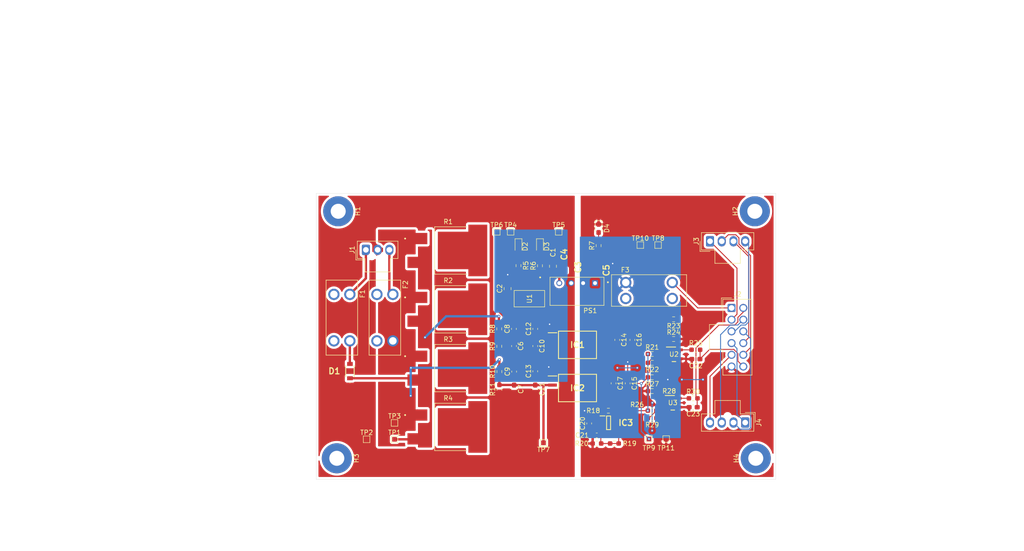
<source format=kicad_pcb>
(kicad_pcb (version 20241229) (generator "pcbnew") (generator_version "9.0")
  (layers (0 "F.Cu" signal) (2 "B.Cu" signal) (13 "F.Paste" user) (15 "B.Paste" user) (5 "F.SilkS" user "F.Silkscreen") (7 "B.SilkS" user "B.Silkscreen") (1 "F.Mask" user) (3 "B.Mask" user) (25 "Edge.Cuts" user))
  (net 0 "")
  (net 1 "HVGND")
  (net 2 "ISO_5V")
  (net 3 "REG_3V3")
  (net 4 "/Voltage_Sense/Vin1")
  (net 5 "/Voltage_Sense/Vin2")
  (net 6 "LVGND")
  (net 7 "3V3")
  (net 8 "/VOut1")
  (net 9 "/VOut2")
  (net 10 "Net-(D1-A)")
  (net 11 "HV+")
  (net 12 "HV-")
  (net 13 "Net-(D3-A)")
  (net 14 "Net-(D4-A)")
  (net 15 "REG_0V8")
  (net 16 "Net-(D2-A)")
  (net 17 "Net-(J1-Pin_1)")
  (net 18 "Net-(J1-Pin_3)")
  (net 19 "/Voltage_Sense/V1")
  (net 20 "/Voltage_Sense/V2")
  (net 21 "/MotorSense+")
  (net 22 "/Motor-")
  (net 23 "/MotorSense-")
  (net 24 "/Motor+")
  (net 25 "/PreSense+")
  (net 26 "/PreSense-")
  (net 27 "/Pre+")
  (net 28 "/Pre-")
  (net 29 "Net-(J2-Pin_1)")
  (net 30 "Net-(U3--)")
  (net 31 "Net-(R22-Pad1)")
  (net 32 "Net-(U3-+)")
  (net 33 "Net-(U2--)")
  (net 34 "Net-(U2-+)")
  (net 35 "Net-(R29-Pad1)")
  (footprint "Resistor_SMD:R_0603_1608Metric_Pad0.98x0.95mm_HandSolder" (layer "F.Cu") (at 170.9125 106.13)
    (property "Reference" "R26")
    (property "Value" "2.49k")
  )
  (footprint "ActivePrecharge-RevB:DBV0005A_N" (layer "F.Cu") (at 175.570001 94.110001)
    (property "Reference" "U2")
    (property "Value" "TLV9001IDBVR")
  )
  (footprint "Capacitor_SMD:C_0603_1608Metric_Pad1.08x0.95mm_HandSolder" (layer "F.Cu") (at 146 88.69 90)
    (property "Reference" "C12")
    (property "Value" "1uF")
  )
  (footprint "Capacitor_SMD:C_0603_1608Metric_Pad1.08x0.95mm_HandSolder" (layer "F.Cu") (at 146 97.7375 90)
    (property "Reference" "C13")
    (property "Value" "1uF")
  )
  (footprint "Connector_Molex:Molex_Nano-Fit_105309-xx04_1x04_P2.50mm_Vertical" (layer "F.Cu") (at 190.75 108.675 -90)
    (property "Reference" "J4")
    (property "Value" "MainContactor")
  )
  (footprint "LED_SMD:LED_0603_1608Metric_Pad1.05x0.95mm_HandSolder" (layer "F.Cu") (at 142.425 71.125 -90)
    (property "Reference" "D2")
    (property "Value" "LED")
  )
  (footprint "TestPoint:TestPoint_Pad_1.0x1.0mm" (layer "F.Cu") (at 173.9 112.2 180)
    (property "Reference" "TP11")
    (property "Value" "LVGND")
  )
  (footprint "ActivePrecharge-RevB:CAPC1709X100N" (layer "F.Cu") (at 157.475 75.545 -90)
    (property "Reference" "C3")
    (property "Value" "1uF" (hide yes))
  )
  (footprint "ActivePrecharge-RevB:FUSE_3568" (layer "F.Cu") (at 113.95 86.29 -90)
    (property "Reference" "F2")
    (property "Value" "15A")
  )
  (footprint "Resistor_SMD:R_0603_1608Metric_Pad0.98x0.95mm_HandSolder" (layer "F.Cu") (at 170.92 101.96 180)
    (property "Reference" "R28")
    (property "Value" "15k")
  )
  (footprint "ActivePrecharge-RevB:SOIC127P1150X280-8N" (layer "F.Cu") (at 155 92.095)
    (property "Reference" "IC1")
    (property "Value" "AMC1350DWVR" (hide yes))
  )
  (footprint "TestPoint:TestPoint_Pad_1.0x1.0mm" (layer "F.Cu") (at 172.18 70.81)
    (property "Reference" "TP8")
    (property "Value" "V1")
  )
  (footprint "Resistor_SMD:R_0603_1608Metric_Pad0.98x0.95mm_HandSolder" (layer "F.Cu") (at 170.925 95.93 180)
    (property "Reference" "R22")
    (property "Value" "15k")
  )
  (footprint "Connector_Molex:Molex_Nano-Fit_105310-xx12_2x06_P2.50mm_Vertical" (layer "F.Cu") (at 187.84 84.22)
    (property "Reference" "J2")
    (property "Value" "ExportConnector")
  )
  (footprint "Capacitor_SMD:C_0805_2012Metric_Pad1.18x1.45mm_HandSolder" (layer "F.Cu") (at 149.775 75.325 90)
    (property "Reference" "C1")
    (property "Value" "10uF")
  )
  (footprint "MountingHole:MountingHole_3.2mm_M3_Pad_TopBottom" (layer "F.Cu") (at 193 116.3 90)
    (property "Reference" "H4")
    (property "Value" "MountingHole_Pad")
  )
  (footprint "ActivePrecharge-RevB:CAPC1709X100N" (layer "F.Cu") (at 159.5 75.545 -90)
    (property "Reference" "C5")
    (property "Value" "1uF" (hide yes))
  )
  (footprint "Capacitor_SMD:C_0603_1608Metric_Pad1.08x0.95mm_HandSolder" (layer "F.Cu") (at 157.5 108.8625 90)
    (property "Reference" "C20")
    (property "Value" "0.1uF")
  )
  (footprint "Resistor_SMD:R_0603_1608Metric_Pad0.98x0.95mm_HandSolder" (layer "F.Cu") (at 138.36 101.5625 90)
    (property "Reference" "R11")
    (property "Value" "2.49k")
  )
  (footprint "Resistor_SMD:R_0603_1608Metric_Pad0.98x0.95mm_HandSolder" (layer "F.Cu") (at 138.32 88.6875 90)
    (property "Reference" "R8")
    (property "Value" "100k")
  )
  (footprint "Capacitor_SMD:C_0603_1608Metric_Pad1.08x0.95mm_HandSolder" (layer "F.Cu") (at 163.47 91.0375 -90)
    (property "Reference" "C14")
    (property "Value" "1uF")
  )
  (footprint "Capacitor_SMD:C_0603_1608Metric_Pad1.08x0.95mm_HandSolder" (layer "F.Cu") (at 179.6525 105.4 180)
    (property "Reference" "C23")
    (property "Value" "10nF")
  )
  (footprint "Resistor_SMD:R_0603_1608Metric_Pad0.98x0.95mm_HandSolder" (layer "F.Cu") (at 170.915 107.73 180)
    (property "Reference" "R29")
    (property "Value" "15k")
  )
  (footprint "ActivePrecharge-RevB:FUSE_3568" (layer "F.Cu") (at 104.778633 86.285 -90)
    (property "Reference" "F1")
    (property "Value" "15A")
  )
  (footprint "ActivePrecharge-RevB:SOT95P280X100-5N" (layer "F.Cu") (at 161.63 108.725)
    (property "Reference" "IC3")
    (property "Value" "ZXRE160AET5TA" (hide yes))
  )
  (footprint "TestPoint:TestPoint_Pad_1.0x1.0mm" (layer "F.Cu") (at 168.39 70.81)
    (property "Reference" "TP10")
    (property "Value" "3V3")
  )
  (footprint "TestPoint:TestPoint_Pad_1.0x1.0mm" (layer "F.Cu") (at 140.75 67.975)
    (property "Reference" "TP4")
    (property "Value" "REG_3V3")
  )
  (footprint "Capacitor_SMD:C_0603_1608Metric_Pad1.08x0.95mm_HandSolder" (layer "F.Cu") (at 159.1075 111.42 180)
    (property "Reference" "C21")
    (property "Value" "0.47uF")
  )
  (footprint "TestPoint:TestPoint_Pad_1.0x1.0mm" (layer "F.Cu") (at 116 112.25)
    (property "Reference" "TP1")
    (property "Value" "HV+")
  )
  (footprint "Capacitor_SMD:C_0603_1608Metric_Pad1.08x0.95mm_HandSolder" (layer "F.Cu") (at 141.47 92.3525 -90)
    (property "Reference" "C6")
    (property "Value" "1uF")
  )
  (footprint "TestPoint:TestPoint_Pad_1.0x1.0mm" (layer "F.Cu") (at 116 108.75)
    (property "Reference" "TP3")
    (property "Value" "HV-")
  )
  (footprint "Capacitor_SMD:C_0603_1608Metric_Pad1.08x0.95mm_HandSolder" (layer "F.Cu") (at 146 101.5375 -90)
    (property "Reference" "C11")
    (property "Value" "1nF")
  )
  (footprint "Resistor_SMD:R_0603_1608Metric_Pad0.98x0.95mm_HandSolder" (layer "F.Cu") (at 170.925 94.04)
    (property "Reference" "R21")
    (property "Value" "2.49k")
  )
  (footprint "Capacitor_SMD:C_0603_1608Metric_Pad1.08x0.95mm_HandSolder" (layer "F.Cu") (at 165.7 100.3075 -90)
    (property "Reference" "C15")
    (property "Value" "1uF")
  )
  (footprint "TestPoint:TestPoint_Pad_1.0x1.0mm" (layer "F.Cu") (at 151 67.975)
    (property "Reference" "TP5")
    (property "Value" "ISO_5V")
  )
  (footprint "Resistor_SMD:R_0603_1608Metric_Pad0.98x0.95mm_HandSolder" (layer "F.Cu") (at 161.5875 106.145)
    (property "Reference" "R18")
    (property "Value" "1k")
  )
  (footprint "Capacitor_SMD:C_0603_1608Metric_Pad1.08x0.95mm_HandSolder" (layer "F.Cu") (at 166.7 91.0375 -90)
    (property "Reference" "C16")
    (property "Value" "100nF")
  )
  (footprint "Resistor_SMD:R_0603_1608Metric_Pad0.98x0.95mm_HandSolder" (layer "F.Cu") (at 175.4925 86.64 180)
    (property "Reference" "R23")
    (property "Value" "2.49k")
  )
  (footprint "Resistor_SMD:R_0603_1608Metric_Pad0.98x0.95mm_HandSolder" (layer "F.Cu") (at 159.1325 113.14 180)
    (property "Reference" "R20")
    (property "Value" "15k")
  )
  (footprint "MountingHole:MountingHole_3.2mm_M3_Pad_TopBottom" (layer "F.Cu") (at 104 63.6 -90)
    (property "Reference" "H1")
    (property "Value" "MountingHole_Pad")
  )
  (footprint "ActivePrecharge-RevB:SOIC127P1150X280-8N" (layer "F.Cu") (at 155 101.31)
    (property "Reference" "IC2")
    (property "Value" "AMC1350DWVR" (hide yes))
  )
  (footprint "Resistor_SMD:R_0603_1608Metric_Pad0.98x0.95mm_HandSolder" (layer "F.Cu") (at 147 75.225 90)
    (property "Reference" "R6")
    (property "Value" "1k")
  )
  (footprint "Capacitor_SMD:C_0603_1608Metric_Pad1.08x0.95mm_HandSolder" (layer "F.Cu") (at 180.225 95.14 180)
    (property "Reference" "C22")
    (property "Value" "10nF")
  )
  (footprint "ActivePrecharge-RevB:CONV_RM-3.305S" (layer "F.Cu") (at 154.89 80.675 180)
    (property "Reference" "PS1")
    (property "Value" "RM-3.305S")
  )
  (footprint "ActivePrecharge-RevB:FUSE_3568" (layer "F.Cu") (at 170.25 80.5)
    (property "Reference" "F3")
    (property "Value" "15A")
  )
  (footprint "TestPoint:TestPoint_Pad_1.0x1.0mm" (layer "F.Cu") (at 147.75 113 180)
    (property "Reference" "TP7")
    (property "Value" "Vin2")
  )
  (footprint "Resistor_SMD:R_0603_1608Metric_Pad0.98x0.95mm_HandSolder" (layer "F.Cu") (at 159.5 70.9275 90)
    (property "Reference" "R7")
    (property "Value" "1k")
  )
  (footprint "Resistor_SMD:R_0603_1608Metric_Pad0.98x0.95mm_HandSolder" (layer "F.Cu") (at 138.35 97.7975 90)
    (property "Reference" "R10")
    (property "Value" "100k")
  )
  (footprint "ActivePrecharge-RevB:RES_PWR263S-35-3300F" (layer "F.Cu") (at 127.26 84.51)
    (property "Reference" "R2")
    (property "Value" "330")
  )
  (footprint "TestPoint:TestPoint_Pad_1.0x1.0mm" (layer "F.Cu") (at 110.05 112.25)
    (property "Reference" "TP2")
    (property "Value" "HVGND")
  )
  (footprint "TestPoint:TestPoint_Pad_1.0x1.0mm" (layer "F.Cu") (at 170.235 112.18)
    (property "Reference" "TP9")
    (property "Value" "V2")
  )
  (footprint "ActivePrecharge-RevB:RSX068MP2STR" (layer "F.Cu") (at 106.5 97.7)
    (property "Reference" "D1")
    (property "Value" "RSX068MP2STR" (hide yes))
  )
  (footprint "ActivePrecharge-RevB:VREG_LT1963AEST-3.3_TRPBF" (layer "F.Cu") (at 144.75 82.25 -90)
    (property "Reference" "U1")
    (property "Value" "LT1963AEST-3.3#TRPBF")
  )
  (footprint "ActivePrecharge-RevB:CAPC1709X100N" (layer "F.Cu") (at 152.175 75.5 -90)
    (property "Reference" "C4")
    (property "Value" "1uF" (hide yes))
  )
  (footprint "ActivePrecharge-RevB:RES_PWR263S-35-3300F" (layer "F.Cu") (at 127.26 71.96)
    (property "Reference" "R1")
    (property "Value" "330")
  )
  (footprint "ActivePrecharge-RevB:RES_PWR263S-35-3300F" (layer "F.Cu") (at 127.26 109.61)
    (property "Reference" "R4")
    (property "Value" "330")
  )
  (footprint "Connector_Molex:Molex_Nano-Fit_105309-xx03_1x03_P2.50mm_Vertical" (layer "F.Cu") (at 109.9 71.825 90)
    (property "Reference" "J1")
    (property "Value" "HVConnector")
  )
  (footprint "ActivePrecharge-RevB:DBV0005A_N" (layer "F.Cu") (at 175.317501 104.450002)
    (property "Reference" "U3")
    (property "Value" "TLV9001IDBVR")
  )
  (footprint "Capacitor_SMD:C_0603_1608Metric_Pad1.08x0.95mm_HandSolder" (layer "F.Cu") (at 146 92.3525 -90)
    (property "Reference" "C10")
    (property "Value" "1nF")
  )
  (footprint "MountingHole:MountingHole_3.2mm_M3_Pad_TopBottom" (layer "F.Cu") (at 192.8 63.6 90)
    (property "Reference" "H2")
    (property "Value" "MountingHole_Pad")
  )
  (footprint "Connector_Molex:Molex_Nano-Fit_105309-xx04_1x04_P2.50mm_Vertical" (layer "F.Cu") (at 183.25 70 90)
    (property "Reference" "J3")
    (property "Value" "PrechargeContactor")
  )
  (footprint "Capacitor_SMD:C_0603_1608Metric_Pad1.08x0.95mm_HandSolder" (layer "F.Cu") (at 141.45 88.69 90)
    (property "Reference" "C8")
    (property "Value" "100nF")
  )
  (footprint "Resistor_SMD:R_0603_1608Metric_Pad0.98x0.95mm_HandSolder" (layer "F.Cu") (at 138.33 92.4025 90)
    (property "Reference" "R9")
    (property "Value" "2.49k")
  )
  (footprint "Capacitor_SMD:C_0603_1608Metric_Pad1.08x0.95mm_HandSolder" (layer "F.Cu") (at 141.5 101.5475 -90)
    (property "Reference" "C7")
    (property "Value" "1uF")
  )
  (footprint "Resistor_SMD:R_0603_1608Metric_Pad0.98x0.95mm_HandSolder" (layer "F.Cu") (at 142.425 75.2 90)
    (property "Reference" "R5")
    (property "Value" "1k")
  )
  (footprint "MountingHole:MountingHole_3.2mm_M3_Pad_TopBottom" (layer "F.Cu") (at 103.7 116.3 -90)
    (property "Reference" "H3")
    (property "Value" "MountingHole_Pad")
  )
  (footprint "LED_SMD:LED_0603_1608Metric_Pad1.05x0.95mm_HandSolder" (layer "F.Cu") (at 147 71.125 -90)
    (property "Reference" "D3")
    (property "Value" "LED")
  )
  (footprint "Resistor_SMD:R_0603_1608Metric_Pad0.98x0.95mm_HandSolder" (layer "F.Cu") (at 170.9225 99.01 180)
    (property "Reference" "R27")
    (property "Value" "2.49k")
  )
  (footprint "Capacitor_SMD:C_0805_2012Metric_Pad1.18x1.45mm_HandSolder" (layer "F.Cu") (at 140.1 80.1 90)
    (property "Reference" "C2")
    (property "Value" "10uF")
  )
  (footprint "Resistor_SMD:R_0603_1608Metric_Pad0.98x0.95mm_HandSolder" (layer "F.Cu") (at 179.6625 103.5)
    (property "Reference" "R30")
    (property "Value" "10")
  )
  (footprint "LED_SMD:LED_0603_1608Metric_Pad1.05x0.95mm_HandSolder" (layer "F.Cu") (at 159.5 67.25 -90)
    (property "Reference" "D4")
    (property "Value" "LED")
  )
  (footprint "Capacitor_SMD:C_0603_1608Metric_Pad1.08x0.95mm_HandSolder" (layer "F.Cu") (at 141.5 97.8 90)
    (property "Reference" "C9")
    (property "Value" "100nF")
  )
  (footprint "Resistor_SMD:R_0603_1608Metric_Pad0.98x0.95mm_HandSolder" (layer "F.Cu") (at 162.8675 113.14 180)
    (property "Reference" "R19")
    (property "Value" "5.1k")
  )
  (footprint "ActivePrecharge-RevB:RES_PWR263S-35-3300F" (layer "F.Cu") (at 127.26 97.06)
    (property "Reference" "R3")
    (property "Value" "330")
  )
  (footprint "TestPoint:TestPoint_Pad_1.0x1.0mm" (layer "F.Cu") (at 137.8 67.975)
    (property "Reference" "TP6")
    (property "Value" "Vin1")
  )
  (footprint "Resistor_SMD:R_0603_1608Metric_Pad0.98x0.95mm_HandSolder" (layer "F.Cu") (at 175.4925 90.85)
    (property "Reference" "R24")
    (property "Value" "15k")
  )
  (footprint "Resistor_SMD:R_0603_1608Metric_Pad0.98x0.95mm_HandSolder" (layer "F.Cu") (at 180.225 93.14)
    (property "Reference" "R25")
    (property "Value" "10")
  )
  (footprint "Capacitor_SMD:C_0603_1608Metric_Pad1.08x0.95mm_HandSolder" (layer "F.Cu") (at 162.69 100.3075 -90)
    (property "Reference" "C17")
    (property "Value" "100nF")
  )
  (gr_rect (start 99.29 59.78) (end 197.29 120.78) (stroke (width 0.05)) (fill no) (layer "Edge.Cuts"))
  (segment (start 151.12 78.925) (end 151.12 76.4825) (width 0.5) (layer "F.Cu") (net 2))
  (segment (start 147.036 76.1735) (end 147 76.1375) (width 0.5) (layer "F.Cu") (net 2))
  (segment (start 149.55 76.1375) (end 149.775 76.3625) (width 0.5) (layer "F.Cu") (net 2))
  (segment (start 149.775 76.3625) (end 151 76.3625) (width 0.5) (layer "F.Cu") (net 2))
  (segment (start 147.036 79.1004) (end 147.036 76.1735) (width 0.5) (layer "F.Cu") (net 2))
  (segment (start 147 76.1375) (end 149.55 76.1375) (width 0.5) (layer "F.Cu") (net 2))
  (segment (start 152.0325 76.3625) (end 152.175 76.22) (width 0.5) (layer "F.Cu") (net 2))
  (segment (start 151.12 76.4825) (end 151 76.3625) (width 0.5) (layer "F.Cu") (net 2))
  (segment (start 151 67.975) (end 151 76.3625) (width 0.5) (layer "F.Cu") (net 2))
  (segment (start 151 76.3625) (end 152.0325 76.3625) (width 0.5) (layer "F.Cu") (net 2))
  (segment (start 142.2886 78.925) (end 142.464 79.1004) (width 0.2) (layer "F.Cu") (net 3))
  (segment (start 145.9375 98.6625) (end 146 98.6) (width 0.5) (layer "F.Cu") (net 3))
  (segment (start 140.75 76.5) (end 140.125 77.125) (width 0.5) (layer "F.Cu") (net 3))
  (segment (start 146 98.6) (end 148.87 98.6) (width 0.5) (layer "F.Cu") (net 3))
  (segment (start 141.1375 76.1125) (end 142.425 76.1125) (width 0.5) (layer "F.Cu") (net 3))
  (segment (start 149.05 89.54) (end 149.0375 89.5525) (width 0.5) (layer "F.Cu") (net 3))
  (segment (start 146 89.5525) (end 149.0375 89.5525) (width 0.5) (layer "F.Cu") (net 3))
  (segment (start 148.87 98.6) (end 148.87 96.83) (width 0.5) (layer "F.Cu") (net 3))
  (segment (start 141.45 89.5525) (end 146 89.5525) (width 0.5) (layer "F.Cu") (net 3))
  (segment (start 140.125 77.125) (end 140.125 79.0375) (width 0.5) (layer "F.Cu") (net 3))
  (segment (start 142.4261 79.0625) (end 142.464 79.1004) (width 0.5) (layer "F.Cu") (net 3))
  (segment (start 148.87 96.83) (end 148.875 96.825) (width 0.5) (layer "F.Cu") (net 3))
  (segment (start 140.75 67.975) (end 140.75 76.5) (width 0.5) (layer "F.Cu") (net 3))
  (segment (start 140.1 79.0625) (end 142.4261 79.0625) (width 0.5) (layer "F.Cu") (net 3))
  (segment (start 148.87 98.6) (end 149.675 99.405) (width 0.5) (layer "F.Cu") (net 3))
  (segment (start 142.425 79.0614) (end 142.464 79.1004) (width 0.2) (layer "F.Cu") (net 3))
  (segment (start 149.0375 89.5525) (end 149.675 90.19) (width 0.5) (layer "F.Cu") (net 3))
  (segment (start 145.9875 98.8) (end 146 98.7875) (width 0.2) (layer "F.Cu") (net 3))
  (segment (start 140.75 76.5) (end 141.1375 76.1125) (width 0.5) (layer "F.Cu") (net 3))
  (segment (start 141.5 98.6625) (end 145.9375 98.6625) (width 0.5) (layer "F.Cu") (net 3))
  (segment (start 149.05 87.7) (end 149.05 89.54) (width 0.5) (layer "F.Cu") (net 3))
  (segment (start 146 98.7875) (end 146.0375 98.7875) (width 0.2) (layer "F.Cu") (net 3))
  (segment (start 140.125 79.0375) (end 140.1 79.0625) (width 0.5) (layer "F.Cu") (net 3))
  (via (at 149.05 87.7) (size 0.6) (drill 0.3) (layers "F.Cu" "B.Cu") (net 3))
  (via (at 148.875 96.825) (size 0.6) (drill 0.3) (layers "F.Cu" "B.Cu") (net 3))
  (via (at 140.125 77.125) (size 0.6) (drill 0.3) (layers "F.Cu" "B.Cu") (net 3))
  (segment (start 138.32 91.48) (end 138.33 91.49) (width 0.5) (layer "F.Cu") (net 4))
  (segment (start 149.645 91.49) (end 149.675 91.46) (width 0.5) (layer "F.Cu") (net 4))
  (segment (start 141.47 91.49) (end 146 91.49) (width 0.5) (layer "F.Cu") (net 4))
  (segment (start 138.32 89.6) (end 138.32 91.48) (width 0.5) (layer "F.Cu") (net 4))
  (segment (start 138.33 91.49) (end 139.9 91.49) (width 0.5) (layer "F.Cu") (net 4))
  (segment (start 139.9 86.587925) (end 139.9 91.49) (width 0.5) (layer "F.Cu") (net 4))
  (segment (start 137.8 84.487925) (end 139.9 86.587925) (width 0.5) (layer "F.Cu") (net 4))
  (segment (start 137.8 67.975) (end 137.8 84.487925) (width 0.5) (layer "F.Cu") (net 4))
  (segment (start 139.9 91.49) (end 141.47 91.49) (width 0.5) (layer "F.Cu") (net 4))
  (segment (start 146 91.49) (end 149.645 91.49) (width 0.5) (layer "F.Cu") (net 4))
  (segment (start 147.775 100.675) (end 149.675 100.675) (width 0.5) (layer "F.Cu") (net 5))
  (segment (start 138.35 100.64) (end 138.36 100.65) (width 0.5) (layer "F.Cu") (net 5))
  (segment (start 138.36 100.65) (end 141.465 100.65) (width 0.5) (layer "F.Cu") (net 5))
  (segment (start 141.5 100.685) (end 145.99 100.685) (width 0.5) (layer "F.Cu") (net 5))
  (segment (start 146 100.675) (end 147.775 100.675) (width 0.5) (layer "F.Cu") (net 5))
  (segment (start 147.75 100.7) (end 147.775 100.675) (width 0.5) (layer "F.Cu") (net 5))
  (segment (start 141.465 100.65) (end 141.5 100.685) (width 0.5) (layer "F.Cu") (net 5))
  (segment (start 147.75 113) (end 147.75 100.7) (width 0.5) (layer "F.Cu") (net 5))
  (segment (start 145.99 100.685) (end 146 100.675) (width 0.5) (layer "F.Cu") (net 5))
  (segment (start 138.35 98.71) (end 138.35 100.64) (width 0.5) (layer "F.Cu") (net 5))
  (segment (start 160.25 102.02) (end 160.325 101.945) (width 0.2) (layer "F.Cu") (net 6))
  (segment (start 160.25 102.5) (end 160.25 102.02) (width 0.2) (layer "F.Cu") (net 6))
  (via (at 167.75 97) (size 0.6) (drill 0.3) (layers "F.Cu" "B.Cu") (net 6))
  (via (at 163.5 97) (size 0.6) (drill 0.3) (layers "F.Cu" "B.Cu") (net 6))
  (via (at 170.95 104.45) (size 0.6) (drill 0.3) (layers "F.Cu" "B.Cu") (net 6))
  (via (at 181.75 99.5) (size 0.6) (drill 0.3) (layers "F.Cu" "B.Cu") (net 6))
  (via (at 170.9125 110.4) (size 0.6) (drill 0.3) (layers "F.Cu" "B.Cu") (net 6))
  (via (at 177.25 99.5) (size 0.6) (drill 0.3) (layers "F.Cu" "B.Cu") (net 6))
  (segment (start 170.95 104.45) (end 170.9125 104.4875) (width 0.2) (layer "B.Cu") (net 6))
  (segment (start 167.75 97) (end 163.5 97) (width 0.2) (layer "B.Cu") (net 6))
  (segment (start 170.9125 104.4875) (end 170.9125 110.4) (width 0.2) (layer "B.Cu") (net 6))
  (segment (start 177.25 99.5) (end 181.75 99.5) (width 0.2) (layer "B.Cu") (net 6))
  (segment (start 172.25 97.5) (end 171.044 97.5) (width 0.2) (layer "F.Cu") (net 7))
  (segment (start 156.505 106.145) (end 160.675 106.145) (width 0.2) (layer "F.Cu") (net 7))
  (segment (start 161.105 90.19) (end 163.455 90.19) (width 0.2) (layer "F.Cu") (net 7))
  (segment (start 160.675 106.145) (end 161.156 106.626) (width 0.2) (layer "F.Cu") (net 7))
  (segment (start 160.325 99.405) (end 162.65 99.405) (width 0.2) (layer "F.Cu") (net 7))
  (segment (start 162.5 76.01) (end 165.29 78.8) (width 0.2) (layer "F.Cu") (net 7))
  (segment (start 163.455 90.19) (end 163.47 90.175) (width 0.2) (layer "F.Cu") (net 7))
  (segment (start 159.5 74.825) (end 157.475 74.825) (width 0.2) (layer "F.Cu") (net 7))
  (segment (start 165.03 90.175) (end 166.7 90.175) (width 0.2) (layer "F.Cu") (net 7))
  (segment (start 173.9425 105.4) (end 173.2425 105.4) (width 0.2) (layer "F.Cu") (net 7))
  (segment (start 157.475 74.825) (end 156.2 76.1) (width 0.2) (layer "F.Cu") (net 7))
  (segment (start 171.451867 95.059999) (end 174.195 95.059999) (width 0.2) (layer "F.Cu") (net 7))
  (segment (start 159.5 74.825) (end 159.5 71.84) (width 0.2) (layer "F.Cu") (net 7))
  (segment (start 161.156 109.574) (end 161.055 109.675) (width 0.2) (layer "F.Cu") (net 7))
  (segment (start 162.5 74.75) (end 166.44 70.81) (width 0.2) (layer "F.Cu") (net 7))
  (segment (start 163.49 90.185) (end 163.5 90.195) (width 0.2) (layer "F.Cu") (net 7))
  (segment (start 157.5 109.725) (end 160.28 109.725) (width 0.2) (layer "F.Cu") (net 7))
  (segment (start 162.645 99.4) (end 162.69 99.445) (width 0.2) (layer "F.Cu") (net 7))
  (segment (start 161.156 106.626) (end 161.156 109.574) (width 0.2) (layer "F.Cu") (net 7))
  (segment (start 166.44 70.81) (end 168.39 70.81) (width 0.2) (layer "F.Cu") (net 7))
  (segment (start 162.5 74.75) (end 162.25 74.75) (width 0.2) (layer "F.Cu") (net 7))
  (segment (start 171.044 103.2015) (end 171.044 97.5) (width 0.2) (layer "F.Cu") (net 7))
  (segment (start 160.325 99.405) (end 159.743 99.405) (width 0.2) (layer "F.Cu") (net 7))
  (segment (start 165.03 95.08) (end 165.7 95.75) (width 0.2) (layer "F.Cu") (net 7))
  (segment (start 162.65 99.405) (end 162.69 99.445) (width 0.2) (layer "F.Cu") (net 7))
  (segment (start 173.9425 105.4) (end 173.8965 105.354) (width 0.2) (layer "F.Cu") (net 7))
  (segment (start 165.03 90.175) (end 165.03 95.08) (width 0.2) (layer "F.Cu") (net 7))
  (segment (start 171.044 95.467866) (end 171.451867 95.059999) (width 0.2) (layer "F.Cu") (net 7))
  (segment (start 171.044 97.5) (end 171.044 95.467866) (width 0.2) (layer "F.Cu") (net 7))
  (segment (start 163.47 90.175) (end 165.03 90.175) (width 0.2) (layer "F.Cu") (net 7))
  (segment (start 165.7 97.5) (end 165.7 99.445) (width 0.2) (layer "F.Cu") (net 7))
  (segment (start 162.69 99.445) (end 165.7 99.445) (width 0.2) (layer "F.Cu") (net 7))
  (segment (start 156.5 106.15) (end 156.505 106.145) (width 0.2) (layer "F.Cu") (net 7))
  (segment (start 161.055 109.675) (end 160.33 109.675) (width 0.2) (layer "F.Cu") (net 7))
  (segment (start 162.25 74.75) (end 162.175 74.825) (width 0.2) (layer "F.Cu") (net 7))
  (segment (start 162.695 99.4) (end 162.74 99.445) (width 0.2) (layer "F.Cu") (net 7))
  (segment (start 165.7 95.8) (end 165.7 97.5) (width 0.2) (layer "F.Cu") (net 7))
  (segment (start 162.5 74.75) (end 162.5 76.01) (width 0.2) (layer "F.Cu") (net 7))
  (segment (start 162.175 74.825) (end 159.5 74.825) (width 0.2) (layer "F.Cu") (net 7))
  (segment (start 173.2425 105.4) (end 171.044 103.2015) (width 0.2) (layer "F.Cu") (net 7))
  (segment (start 160.28 109.725) (end 160.33 109.675) (width 0.2) (layer "F.Cu") (net 7))
  (segment (start 174.25 99.5) (end 172.25 97.5) (width 0.2) (layer "F.Cu") (net 7))
  (segment (start 156.2 76.1) (end 156.2 78.925) (width 0.2) (layer "F.Cu") (net 7))
  (via (at 162.5 74.75) (size 0.6) (drill 0.3) (layers "F.Cu" "B.Cu") (net 7))
  (via (at 174.25 99.5) (size 0.6) (drill 0.3) (layers "F.Cu" "B.Cu") (net 7))
  (via (at 165.7 95.75) (size 0.6) (drill 0.3) (layers "F.Cu" "B.Cu") (net 7))
  (via (at 156.5 106.15) (size 0.6) (drill 0.3) (layers "F.Cu" "B.Cu") (net 7))
  (segment (start 189.189 95.569) (end 189.189 93.94124) (width 0.2) (layer "F.Cu") (net 8))
  (segment (start 189.189 93.94124) (end 188.31676 93.069) (width 0.2) (layer "F.Cu") (net 8))
  (segment (start 181.1375 95.09) (end 181.0875 95.14) (width 0.2) (layer "F.Cu") (net 8))
  (segment (start 190.34 96.72) (end 189.189 95.569) (width 0.2) (layer "F.Cu") (net 8))
  (segment (start 188.31676 93.069) (end 183.1585 93.069) (width 0.2) (layer "F.Cu") (net 8))
  (segment (start 183.1585 93.069) (end 181.0875 95.14) (width 0.2) (layer "F.Cu") (net 8))
  (segment (start 181.1375 93.14) (end 181.1375 95.09) (width 0.2) (layer "F.Cu") (net 8))
  (segment (start 185.150866 87.871) (end 188.51476 87.871) (width 0.2) (layer "F.Cu") (net 9))
  (segment (start 189.189 87.19676) (end 189.189 86.24324) (width 0.2) (layer "F.Cu") (net 9))
  (segment (start 190.34 85.09224) (end 190.34 84.22) (width 0.2) (layer "F.Cu") (net 9))
  (segment (start 189.189 86.24324) (end 190.34 85.09224) (width 0.2) (layer "F.Cu") (net 9))
  (segment (start 180.249 92.772866) (end 185.150866 87.871) (width 0.2) (layer "F.Cu") (net 9))
  (segment (start 180.515 105.4) (end 180.515 103.56) (width 0.2) (layer "F.Cu") (net 9))
  (segment (start 180.249 103.174) (end 180.249 92.772866) (width 0.2) (layer "F.Cu") (net 9))
  (segment (start 188.51476 87.871) (end 189.189 87.19676) (width 0.2) (layer "F.Cu") (net 9))
  (segment (start 180.515 103.56) (end 180.575 103.5) (width 0.2) (layer "F.Cu") (net 9))
  (segment (start 180.575 103.5) (end 180.249 103.174) (width 0.2) (layer "F.Cu") (net 9))
  (segment (start 106.478633 91.245) (end 106.478633 96.153633) (width 0.5) (layer "F.Cu") (net 10))
  (segment (start 106.478633 96.153633) (end 106.5 96.175) (width 0.5) (layer "F.Cu") (net 10))
  (segment (start 138.25 87.705) (end 138.32 87.775) (width 0.5) (layer "F.Cu") (net 11))
  (segment (start 120.845 74.53) (end 120.875 74.5) (width 0.5) (layer "F.Cu") (net 11))
  (segment (start 138.25 86) (end 138.25 87.705) (width 0.5) (layer "F.Cu") (net 11))
  (segment (start 116 112.25) (end 120.775 112.25) (width 0.5) (layer "F.Cu") (net 11))
  (segment (start 120.775 112.25) (end 120.875 112.15) (width 0.5) (layer "F.Cu") (net 11))
  (segment (start 120.5 99.225) (end 120.875 99.6) (width 0.5) (layer "F.Cu") (net 11))
  (segment (start 106.5 99.225) (end 120.5 99.225) (width 0.5) (layer "F.Cu") (net 11))
  (via (at 138.25 86) (size 0.6) (drill 0.3) (layers "F.Cu" "B.Cu") (net 11))
  (via (at 122.5 90.5) (size 0.6) (drill 0.3) (layers "F.Cu" "B.Cu") (net 11))
  (segment (start 127 86) (end 138.25 86) (width 0.5) (layer "B.Cu") (net 11))
  (segment (start 122.5 90.5) (end 127 86) (width 0.5) (layer "B.Cu") (net 11))
  (segment (start 138.35 95.25) (end 138.35 96.885) (width 0.5) (layer "F.Cu") (net 12))
  (segment (start 120.875 106.125) (end 120.875 107.07) (width 0.5) (layer "F.Cu") (net 12))
  (via (at 119.45 102.95) (size 0.6) (drill 0.3) (layers "F.Cu" "B.Cu") (net 12))
  (via (at 138.35 95.25) (size 0.6) (drill 0.3) (layers "F.Cu" "B.Cu") (net 12))
  (via (at 119.5 97) (size 0.6) (drill 0.3) (layers "F.Cu" "B.Cu") (net 12))
  (segment (start 119.45 102.95) (end 119.45 97.05) (width 0.5) (layer "B.Cu") (net 12))
  (segment (start 119.45 97.05) (end 119.5 97) (width 0.5) (layer "B.Cu") (net 12))
  (segment (start 136.6 97) (end 138.35 95.25) (width 0.5) (layer "B.Cu") (net 12))
  (segment (start 119.5 97) (end 136.6 97) (width 0.5) (layer "B.Cu") (net 12))
  (segment (start 147 72) (end 147 74.3125) (width 0.5) (layer "F.Cu") (net 13))
  (segment (start 159.5 70.015) (end 159.5 68.125) (width 0.2) (layer "F.Cu") (net 14))
  (segment (start 162.5 106.145) (end 169.985 106.145) (width 0.2) (layer "F.Cu") (net 15))
  (segment (start 159.97 113.065) (end 160.045 113.14) (width 0.2) (layer "F.Cu") (net 15))
  (segment (start 160.045 113.14) (end 161.955 113.14) (width 0.2) (layer "F.Cu") (net 15))
  (segment (start 161.955 113.14) (end 163.78 113.14) (width 0.2) (layer "F.Cu") (net 15))
  (segment (start 162.93 107.775) (end 162.93 109.675) (width 0.2) (layer "F.Cu") (net 15))
  (segment (start 162.5 106.145) (end 162.5 107.345) (width 0.2) (layer "F.Cu") (net 15))
  (segment (start 162.5 107.345) (end 162.93 107.775) (width 0.2) (layer "F.Cu") (net 15))
  (segment (start 159.97 111.42) (end 159.97 113.065) (width 0.2) (layer "F.Cu") (net 15))
  (segment (start 163.78 110.525) (end 162.93 109.675) (width 0.2) (layer "F.Cu") (net 15))
  (segment (start 163.78 113.14) (end 163.78 110.525) (width 0.2) (layer "F.Cu") (net 15))
  (segment (start 169.985 106.145) (end 170 106.13) (width 0.2) (layer "F.Cu") (net 15))
  (via (at 169.985 106.145) (size 0.6) (drill 0.3) (layers "F.Cu" "B.Cu") (net 15))
  (via (at 170.0125 94.04) (size 0.6) (drill 0.3) (layers "F.Cu" "B.Cu") (net 15))
  (segment (start 170.0125 94.04) (end 170.0125 106.1175) (width 0.2) (layer "B.Cu") (net 15))
  (segment (start 170.0125 106.1175) (end 169.985 106.145) (width 0.2) (layer "B.Cu") (net 15))
  (segment (start 142.425 72) (end 142.425 74.2875) (width 0.5) (layer "F.Cu") (net 16))
  (segment (start 109.9 71.825) (end 109.9 77.903633) (width 0.5) (layer "F.Cu") (net 17))
  (segment (start 109.9 77.903633) (end 106.478633 81.325) (width 0.5) (layer "F.Cu") (net 17))
  (segment (start 114.9 80.58) (end 115.65 81.33) (width 0.5) (layer "F.Cu") (net 18))
  (segment (start 114.9 71.825) (end 114.9 80.58) (width 0.5) (layer "F.Cu") (net 18))
  (segment (start 172.18 70.81) (end 172.18 84.24) (width 0.2) (layer "F.Cu") (net 19))
  (segment (start 159.099 90.816) (end 159.099 89.564) (width 0.2) (layer "F.Cu") (net 19))
  (segment (start 162.023 86.64) (end 174.58 86.64) (width 0.2) (layer "F.Cu") (net 19))
  (segment (start 160.325 91.46) (end 159.743 91.46) (width 0.2) (layer "F.Cu") (net 19))
  (segment (start 172.18 84.24) (end 174.58 86.64) (width 0.2) (layer "F.Cu") (net 19))
  (segment (start 159.099 89.564) (end 162.023 86.64) (width 0.2) (layer "F.Cu") (net 19))
  (segment (start 159.743 91.46) (end 159.099 90.816) (width 0.2) (layer "F.Cu") (net 19))
  (segment (start 161.75 100.3315) (end 168.6 100.3315) (width 0.2) (layer "F.Cu") (net 20))
  (segment (start 168.6885 100.3315) (end 170.01 99.01) (width 0.2) (layer "F.Cu") (net 20))
  (segment (start 168.6 100.3315) (end 168.6885 100.3315) (width 0.2) (layer "F.Cu") (net 20))
  (segment (start 160.6685 100.3315) (end 161.75 100.3315) (width 0.2) (layer "F.Cu") (net 20))
  (segment (start 160.325 100.675) (end 160.6685 100.3315) (width 0.2) (layer "F.Cu") (net 20))
  (via (at 168.6 100.3315) (size 0.6) (drill 0.3) (layers "F.Cu" "B.Cu") (net 20))
  (via (at 170.235 112.18) (size 0.6) (drill 0.3) (layers "F.Cu" "B.Cu") (net 20))
  (segment (start 168.6 110.545) (end 168.6 100.3315) (width 0.2) (layer "B.Cu") (net 20))
  (segment (start 170.235 112.18) (end 168.6 110.545) (width 0.2) (layer "B.Cu") (net 20))
  (segment (start 183.25 108.675) (end 183.25 98.81) (width 0.2) (layer "F.Cu") (net 21))
  (segment (start 183.25 98.81) (end 187.84 94.22) (width 0.2) (layer "F.Cu") (net 21))
  (segment (start 191.901 90.781) (end 190.34 89.22) (width 0.2) (layer "B.Cu") (net 22))
  (segment (start 191.58516 110.076) (end 191.901 109.76016) (width 0.2) (layer "B.Cu") (net 22))
  (segment (start 188.25 108.675) (end 189.651 110.076) (width 0.2) (layer "B.Cu") (net 22))
  (segment (start 189.651 110.076) (end 191.58516 110.076) (width 0.2) (layer "B.Cu") (net 22))
  (segment (start 191.901 109.76016) (end 191.901 90.781) (width 0.2) (layer "B.Cu") (net 22))
  (segment (start 185.499 108.424) (end 185.499 89.93324) (width 0.2) (layer "B.Cu") (net 23))
  (segment (start 187.56124 87.871) (end 189.189 87.871) (width 0.2) (layer "B.Cu") (net 23))
  (segment (start 185.75 108.675) (end 185.499 108.424) (width 0.2) (layer "B.Cu") (net 23))
  (segment (start 185.499 89.93324) (end 187.56124 87.871) (width 0.2) (layer "B.Cu") (net 23))
  (segment (start 189.189 87.871) (end 190.34 86.72) (width 0.2) (layer "B.Cu") (net 23))
  (segment (start 188.991 92.871) (end 187.84 91.72) (width 0.2) (layer "B.Cu") (net 24))
  (segment (start 190.75 108.675) (end 188.991 106.916) (width 0.2) (layer "B.Cu") (net 24))
  (segment (start 188.991 106.916) (end 188.991 92.871) (width 0.2) (layer "B.Cu") (net 24))
  (segment (start 190.81676 87.871) (end 191.491 87.19676) (width 0.2) (layer "B.Cu") (net 25))
  (segment (start 189.86324 87.871) (end 190.81676 87.871) (width 0.2) (layer "B.Cu") (net 25))
  (segment (start 187.84 89.22) (end 188.51424 89.22) (width 0.2) (layer "B.Cu") (net 25))
  (segment (start 191.491 87.19676) (end 191.491 70.741) (width 0.2) (layer "B.Cu") (net 25))
  (segment (start 191.491 70.741) (end 190.75 70) (width 0.2) (layer "B.Cu") (net 25))
  (segment (start 188.51424 89.22) (end 189.86324 87.871) (width 0.2) (layer "B.Cu") (net 25))
  (segment (start 191.491 73.241) (end 191.491 90.569) (width 0.2) (layer "F.Cu") (net 26))
  (segment (start 191.491 90.569) (end 190.34 91.72) (width 0.2) (layer "F.Cu") (net 26))
  (segment (start 188.25 70) (end 191.491 73.241) (width 0.2) (layer "F.Cu") (net 26))
  (segment (start 188.991 85.569) (end 187.84 86.72) (width 0.2) (layer "F.Cu") (net 27))
  (segment (start 188.991 75.741) (end 188.991 85.569) (width 0.2) (layer "F.Cu") (net 27))
  (segment (start 183.25 70) (end 188.991 75.741) (width 0.2) (layer "F.Cu") (net 27))
  (segment (start 187.151 68.599) (end 188.72676 68.599) (width 0.2) (layer "F.Cu") (net 28))
  (segment (start 189.401 70.5839) (end 191.892 73.0749) (width 0.2) (layer "F.Cu") (net 28))
  (segment (start 191.892 92.668) (end 190.34 94.22) (width 0.2) (layer "F.Cu") (net 28))
  (segment (start 191.892 73.0749) (end 191.892 92.668) (width 0.2) (layer "F.Cu") (net 28))
  (segment (start 189.401 69.27324) (end 189.401 70.5839) (width 0.2) (layer "F.Cu") (net 28))
  (segment (start 185.75 70) (end 187.151 68.599) (width 0.2) (layer "F.Cu") (net 28))
  (segment (start 188.72676 68.599) (end 189.401 69.27324) (width 0.2) (layer "F.Cu") (net 28))
  (segment (start 180.63 84.22) (end 187.84 84.22) (width 0.2) (layer "F.Cu") (net 29))
  (segment (start 175.21 78.8) (end 180.63 84.22) (width 0.2) (layer "F.Cu") (net 29))
  (segment (start 170.225 107.73) (end 171.825 106.13) (width 0.2) (layer "F.Cu") (net 30))
  (segment (start 174.7435 104.551002) (end 174.6425 104.450002) (width 0.2) (layer "F.Cu") (net 30))
  (segment (start 174.6425 104.450002) (end 173.9425 104.450002) (width 0.2) (layer "F.Cu") (net 30))
  (segment (start 174.614499 106.13) (end 174.7435 106.000999) (width 0.2) (layer "F.Cu") (net 30))
  (segment (start 174.7435 106.000999) (end 174.7435 104.551002) (width 0.2) (layer "F.Cu") (net 30))
  (segment (start 171.825 106.13) (end 174.614499 106.13) (width 0.2) (layer "F.Cu") (net 30))
  (segment (start 170.0025 107.73) (end 170.225 107.73) (width 0.2) (layer "F.Cu") (net 30))
  (segment (start 174.726998 95.93) (end 176.945 93.711998) (width 0.2) (layer "F.Cu") (net 31))
  (segment (start 171.8375 95.93) (end 174.726998 95.93) (width 0.2) (layer "F.Cu") (net 31))
  (segment (start 179.2925 93.16) (end 179.3125 93.14) (width 0.2) (layer "F.Cu") (net 31))
  (segment (start 176.945 93.16) (end 179.2925 93.16) (width 0.2) (layer "F.Cu") (net 31))
  (segment (start 176.945 93.711998) (end 176.945 93.16) (width 0.2) (layer "F.Cu") (net 31))
  (segment (start 171.8325 101.96) (end 171.8325 99.0125) (width 0.2) (layer "F.Cu") (net 32))
  (segment (start 172.402499 101.96) (end 173.9425 103.500001) (width 0.2) (layer "F.Cu") (net 32))
  (segment (start 171.8325 99.0125) (end 171.835 99.01) (width 0.2) (layer "F.Cu") (net 32))
  (segment (start 171.8325 101.96) (end 172.402499 101.96) (width 0.2) (layer "F.Cu") (net 32))
  (segment (start 170.0125 95.865) (end 171.8375 94.04) (width 0.2) (layer "F.Cu") (net 33))
  (segment (start 170.0125 95.93) (end 170.0125 95.865) (width 0.2) (layer "F.Cu") (net 33))
  (segment (start 171.8375 94.04) (end 174.124999 94.04) (width 0.2) (layer "F.Cu") (net 33))
  (segment (start 174.124999 94.04) (end 174.195 94.110001) (width 0.2) (layer "F.Cu") (net 33))
  (segment (start 176.405 88.845) (end 176.405 86.64) (width 0.2) (layer "F.Cu") (net 34))
  (segment (start 174.58 90.67) (end 176.405 88.845) (width 0.2) (layer "F.Cu") (net 34))
  (segment (start 174.195 93.16) (end 174.195 91.235) (width 0.2) (layer "F.Cu") (net 34))
  (segment (start 174.195 91.235) (end 174.58 90.85) (width 0.2) (layer "F.Cu") (net 34))
  (segment (start 174.58 90.85) (end 174.58 90.67) (width 0.2) (layer "F.Cu") (net 34))
  (segment (start 175.8915 104.301001) (end 176.6925 103.500001) (width 0.2) (layer "F.Cu") (net 35))
  (segment (start 173.581599 107.73) (end 175.8915 105.420099) (width 0.2) (layer "F.Cu") (net 35))
  (segment (start 175.8915 105.420099) (end 175.8915 104.301001) (width 0.2) (layer "F.Cu") (net 35))
  (segment (start 171.8275 107.73) (end 173.581599 107.73) (width 0.2) (layer "F.Cu") (net 35))
  (segment (start 178.75 103.5) (end 176.6925 103.500001) (width 0.2) (layer "F.Cu") (net 35))
  (zone (net 11) (net_name "HV+") (layer "F.Cu") (priority 3) (connect_pads yes (clearance 0.5)) (min_thickness 0.25) (fill yes (thermal_gap 0.5) (thermal_bridge_width 0.5))
    (polygon (pts (xy 121 67.5) (xy 124 67.5) (xy 124 114) (xy 121 114)))
  )
  (zone (net 6) (net_name "LVGND") (layer "F.Cu") (connect_pads (clearance 0.5)) (min_thickness 0.25) (fill yes (thermal_gap 0.5) (thermal_bridge_width 0.5))
    (polygon (pts (xy 250.19 18.536493) (xy 250.19 136.036493) (xy 155.69 136.036493) (xy 155.69 18.536493) (xy 161.69 18.536493)))
  )
  (zone (net 12) (net_name "HV-") (layer "F.Cu") (priority 4) (connect_pads yes (clearance 0.5)) (min_thickness 0.25) (fill yes (thermal_gap 0.5) (thermal_bridge_width 0.5))
    (polygon (pts (xy 120.5 67.5) (xy 112.5 67.5) (xy 112.5 113.75) (xy 120.5 113.75)))
  )
  (zone (net 1) (net_name "HVGND") (layer "F.Cu") (priority 1) (connect_pads yes (clearance 0.5)) (min_thickness 0.25) (fill yes (thermal_gap 0.5) (thermal_bridge_width 0.5))
    (polygon (pts (xy 154.41 18.525786) (xy 31.91 18.525786) (xy 31.91 136.025786) (xy 154.41 136.025786)))
  )
  (zone (net 3) (net_name "REG_3V3") (layer "B.Cu") (priority 5) (connect_pads yes (clearance 0.5)) (min_thickness 0.25) (fill yes (thermal_gap 0.5) (thermal_bridge_width 0.5))
    (polygon (pts (xy 137.3 67.5) (xy 152.9 67.5) (xy 152.9 100) (xy 137.3 100)))
  )
  (zone (net 7) (net_name "3V3") (layer "B.Cu") (priority 2) (connect_pads (clearance 0.5)) (min_thickness 0.25) (fill yes (thermal_gap 0.5) (thermal_bridge_width 0.5))
    (polygon (pts (xy 155.5 69) (xy 177 69) (xy 177 112) (xy 155.5 112)))
  )
)
</source>
